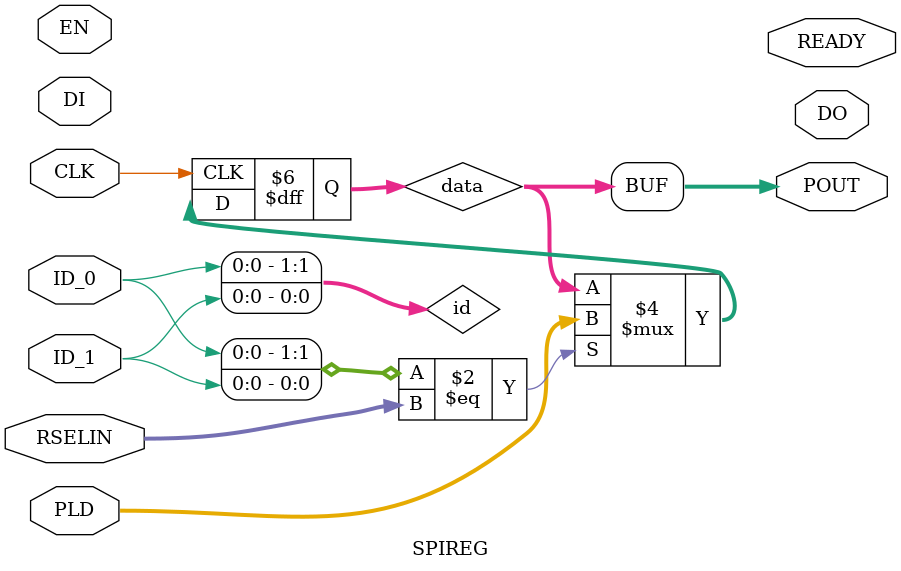
<source format=v>
module SPIREG(
	input CLK,
   input DI,
   input EN,
   input [0:7] PLD,
   input [0:1] RSELIN,
   output DO,
   output wire [0:7] POUT,
   output READY,
	input ID_0,
	input ID_1
	);

reg [0:1] id;
reg [0:7] data;

assign id[0] = ID_0;
assign id[1] = ID_1;

initial begin
	data = 8'b00000000;
end

assign POUT = data;

always @ (posedge CLK) begin

	// load data from pld if rselin is equal to my id
	if (id == RSELIN) begin
		data <= PLD;
	end

end
   
endmodule

</source>
